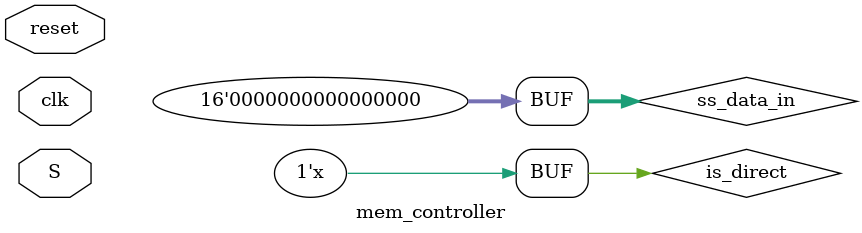
<source format=v>
`timescale 1ns / 1ps

module mem_controller(S,reset,clk
	);
	input S,reset,clk;
	
	parameter T0 = 5'b00000;
	parameter T1 = 5'b00001;
	parameter T2 = 5'b00010;
	parameter T3 = 5'b00011;
	parameter T4 = 5'b00100;
	parameter T5 = 5'b00101;
	parameter T6 = 5'b00110;
	parameter T7 = 5'b00111;
	parameter T8 = 5'b01000;
	parameter T9 = 5'b01001;
	parameter T10 = 5'b01010;
	parameter T11 = 5'b01011;
	parameter T12 = 5'b01100;
	parameter T13 = 5'b01101;
	parameter T14 = 5'b01110;
	parameter T15 = 5'b01111;
	parameter T16 = 5'b10000;
	parameter T17 = 5'b10001;
	parameter T18 = 5'b10010;
	parameter T19 = 5'b10011;
	parameter T20 = 5'b10100;
	parameter T21 = 5'b10101;
	parameter T22 = 5'b10110;
	parameter T23 = 5'b10111;
	parameter T24 = 5'b11000;
	parameter T25 = 5'b11001;
	parameter T26 = 5'b11010;
	parameter T27 = 5'b11011;
	parameter T28 = 5'b11100;
	parameter T29 = 5'b11101;
	parameter T30 = 5'b11110;
	parameter T31 = 5'b11111;
	
	reg ss_cs, ss_we, ss_oe, rf_we; // control signals for sram and reg file
	reg [15:0] ss_data_in = 0, rf_data_in, tmp; // data in buses for sram and reg file
	wire [15:0] ss_data_out, rf_data_out; // data out buses for sram and reg file
	reg [4:0] ss_address; // address buse for sram
	reg [3:0] rf_reg_id; // address buse for reg file
	
	// alu inputs and outputs
	wire alu_cout;
	wire [15:0] alu_out;
	reg [15:0] tmp1, tmp2;
	reg [3:0] op = 0;
	
	// internal variables
	reg [4:0] curr_state, next_state;
	reg P = 0;
	reg [4:0] count, count_alu;
	reg enable, is_direct;
	
	sync_sram SS(ss_data_out, ss_data_in, ss_cs, ss_oe, ss_we, ss_address, clk);
	reg_file RF(rf_data_out, rf_data_in, rf_we, rf_reg_id, clk);
	ALU alu(alu_cout, alu_out, tmp1, tmp2, 0, op[2:0], enable);
	
	//Changing curr state
	always @ (posedge clk or posedge reset)
	begin
		if(reset) curr_state = T0;
		else curr_state = next_state;
	end
	
	// control path
	always @ (curr_state or S or P)
	begin
		case (curr_state)
			T0 : next_state = (P == 1) ? T11 : ((S == 1) ? T1 : T0);
			T1 : next_state = T2;
			T2 : next_state = T3;
			T3 : next_state = T4;
			T4 : next_state = (count == 3'b000) ? T5 : T1;
			T5 : next_state = T6;
			T6 : next_state = T7;
			T7 : next_state = T8;
			T8 : next_state = T9;
			T9 : next_state = T10;
			T10 : next_state = T11;
			T11 : next_state = T12;
			T12 : next_state = T13;
			T13 : next_state = T14;
			T14 : next_state = T15;
			T15 : next_state = T16;
			T16 : next_state = T17;
			T17 : next_state = T18;
			T18 :  next_state = (count_alu == 3'b000) ? T0 : T11;
		endcase
	end
	
	// data path
	always @(curr_state)
	begin
		case (curr_state)
			// reading and writing
			// Initialisation
			T0 : begin
				count = 6;
				count_alu = 3;
				// count_ins = 3;
				ss_address = 0;
				ss_cs = 1;
				rf_we = 1;
				rf_reg_id = 0;
				rf_data_in = 0;
				tmp1 = 0;
				tmp2 = 0;
				// if(P == 1) ss_address = ss_address + count_ins;
				// if(Q == 1) ss_address = ss_address + count;
 			end
			// read from sram
			T1 : begin
				count = count-1;
				ss_cs = 0;
				ss_we = 1;
				ss_oe = 0;
				rf_we = 1;
			end
			// write to reg file
			T2 : begin
				tmp = ss_data_out;
				rf_we = 0;
				rf_data_in = tmp;
			end
			// disable write to reg file and disable sram
			T3 : begin
				ss_cs = 1;			
				rf_we = 1;
			end
			// incrementing addresses
			T4 : begin
				ss_address = ss_address + 1;
				rf_reg_id = rf_reg_id + 1;
				P = (count == 0) ? 1 : 0;
			end
			
			// Put Instrictions in R6, R7 and R8
			T5 : begin
				tmp = 16'b0000100100000001; // R0 + R1 = R9
				rf_we = 0;
				rf_data_in = tmp;
			end
			T6 : begin
				rf_we = 1;
				rf_reg_id = rf_reg_id + 1;
			end
			T7 : begin
				tmp = 16'b0001101000100011; // R2 + R3 = R10
				rf_we = 0;
				rf_data_in = tmp;
			end
			T8 : begin
				rf_we = 1;
				rf_reg_id = rf_reg_id + 1;
			end
			T9 : begin
				tmp = 16'b1011101101000101; // R4 + 5 = R11
				rf_we = 0;
				rf_data_in = tmp;
			end
			T10 : begin
				rf_we = 1;
				rf_reg_id = rf_reg_id + 1;
			end
			
			// alu operations and writing to reg_file
			// disable ALU
			T11 : begin
				tmp1 = 0;
				tmp2 = 0;
				enable = 1;
			end
			T12 : begin
				rf_reg_id = 6 + (3 - count_alu);
			end
			// read first operand and increment address
			T13 : begin
				tmp = rf_data_out;
				rf_reg_id = {12'b000000000000,tmp[7:4]};
			end
			// read second operand and enable ALU
			T14 : begin
				tmp1 = rf_data_out;
				rf_reg_id = {12'b000000000000,tmp[3:0]};
			end
			// read second operand and enable ALU
			T15 : begin
				op = {12'b000000000000,tmp[14:12]};
				is_direct = tmp[15];
				tmp2 = (is_direct == 0) ? rf_data_out : ({12'b000000000000,tmp[3:0]});
				enable = 0;
			end
			// Write the output of ALU to sram
			T16 : begin
				rf_we = 0;
				rf_data_in = alu_out;
				rf_reg_id = {12'b000000000000,tmp[11:8]};
			end
			// disable ALU and read sram
			T17 : begin
				enable = 1;
				rf_we = 1;
			end
			// increment addresses and disable sram
			T18 : begin
				count_alu = count_alu - 1;
				P = (count_alu == 0) ? 0 : 1;
			end
		endcase
		$display($time,",  curr=%d,  ss_add=%d,  ss_in=%d,  ss_out=%d,  rf_id=%d,  rf_in=%d,  rf_out=%d,  alu_out=%d, tmp=%d, op=%d, tmp1=%d, tmp2=%d, is_direct=%d", curr_state, ss_address, ss_data_in, ss_data_out, rf_reg_id, rf_data_in, rf_data_out, alu_out, tmp, op, tmp1, tmp2, is_direct);
	end
endmodule

</source>
